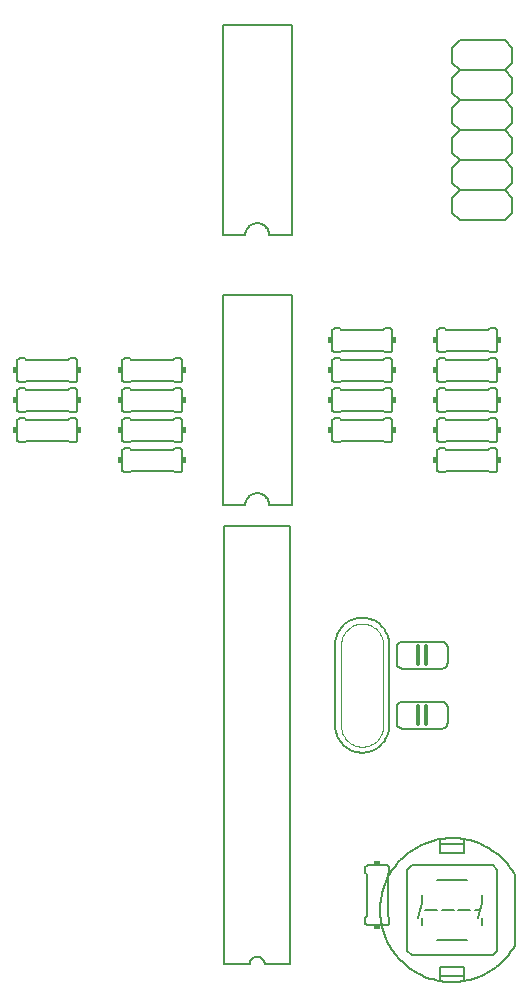
<source format=gto>
G75*
%MOIN*%
%OFA0B0*%
%FSLAX24Y24*%
%IPPOS*%
%LPD*%
%AMOC8*
5,1,8,0,0,1.08239X$1,22.5*
%
%ADD10C,0.0060*%
%ADD11C,0.0020*%
%ADD12R,0.0200X0.0150*%
%ADD13R,0.0150X0.0200*%
%ADD14C,0.0120*%
D10*
X008500Y001517D02*
X008500Y016117D01*
X010700Y016117D01*
X010700Y001517D01*
X009850Y001517D01*
X009848Y001547D01*
X009843Y001577D01*
X009834Y001606D01*
X009821Y001633D01*
X009806Y001659D01*
X009787Y001683D01*
X009766Y001704D01*
X009742Y001723D01*
X009716Y001738D01*
X009689Y001751D01*
X009660Y001760D01*
X009630Y001765D01*
X009600Y001767D01*
X009570Y001765D01*
X009540Y001760D01*
X009511Y001751D01*
X009484Y001738D01*
X009458Y001723D01*
X009434Y001704D01*
X009413Y001683D01*
X009394Y001659D01*
X009379Y001633D01*
X009366Y001606D01*
X009357Y001577D01*
X009352Y001547D01*
X009350Y001517D01*
X008500Y001517D01*
X013200Y002917D02*
X013200Y003067D01*
X013250Y003117D01*
X013250Y004517D01*
X013200Y004567D01*
X013200Y004717D01*
X013202Y004734D01*
X013206Y004751D01*
X013213Y004767D01*
X013223Y004781D01*
X013236Y004794D01*
X013250Y004804D01*
X013266Y004811D01*
X013283Y004815D01*
X013300Y004817D01*
X013900Y004817D01*
X013917Y004815D01*
X013934Y004811D01*
X013950Y004804D01*
X013964Y004794D01*
X013977Y004781D01*
X013987Y004767D01*
X013994Y004751D01*
X013998Y004734D01*
X014000Y004717D01*
X014000Y004567D01*
X013950Y004517D01*
X013950Y003117D01*
X014000Y003067D01*
X014000Y002917D01*
X013998Y002900D01*
X013994Y002883D01*
X013987Y002867D01*
X013977Y002853D01*
X013964Y002840D01*
X013950Y002830D01*
X013934Y002823D01*
X013917Y002819D01*
X013900Y002817D01*
X013300Y002817D01*
X013283Y002819D01*
X013266Y002823D01*
X013250Y002830D01*
X013236Y002840D01*
X013223Y002853D01*
X013213Y002867D01*
X013206Y002883D01*
X013202Y002900D01*
X013200Y002917D01*
X014600Y001967D02*
X014600Y004667D01*
X014750Y004817D01*
X017450Y004817D01*
X017600Y004667D01*
X017600Y001967D01*
X017450Y001817D01*
X014750Y001817D01*
X014600Y001967D01*
X015100Y002817D02*
X015100Y003067D01*
X014950Y003067D02*
X015100Y003567D01*
X015100Y003817D01*
X015200Y003317D02*
X015600Y003317D01*
X015750Y003317D02*
X016150Y003317D01*
X018200Y004479D02*
X018151Y004563D01*
X018099Y004645D01*
X018043Y004725D01*
X017985Y004803D01*
X017923Y004878D01*
X017858Y004951D01*
X017790Y005021D01*
X017720Y005088D01*
X017647Y005152D01*
X017571Y005213D01*
X017493Y005271D01*
X017413Y005326D01*
X017330Y005378D01*
X017246Y005426D01*
X017159Y005471D01*
X017071Y005512D01*
X016981Y005549D01*
X016890Y005583D01*
X016797Y005613D01*
X016704Y005640D01*
X016609Y005662D01*
X016514Y005681D01*
X016417Y005696D01*
X016321Y005707D01*
X016224Y005714D01*
X016126Y005717D01*
X016029Y005716D01*
X015932Y005711D01*
X015835Y005702D01*
X015738Y005690D01*
X015642Y005673D01*
X015547Y005652D01*
X015453Y005628D01*
X015360Y005600D01*
X015268Y005568D01*
X015177Y005533D01*
X015088Y005493D01*
X015001Y005450D01*
X014915Y005404D01*
X014832Y005354D01*
X014750Y005301D01*
X014671Y005245D01*
X014594Y005185D01*
X014519Y005123D01*
X014447Y005057D01*
X014378Y004989D01*
X014312Y004918D01*
X014248Y004844D01*
X014188Y004767D01*
X014131Y004689D01*
X014077Y004608D01*
X014026Y004525D01*
X013979Y004439D01*
X013935Y004353D01*
X013895Y004264D01*
X013858Y004174D01*
X013825Y004082D01*
X013796Y003989D01*
X013771Y003895D01*
X013749Y003800D01*
X013732Y003705D01*
X013718Y003608D01*
X013708Y003511D01*
X013702Y003414D01*
X013700Y003317D01*
X013702Y003220D01*
X013708Y003123D01*
X013718Y003026D01*
X013732Y002929D01*
X013749Y002834D01*
X013771Y002739D01*
X013796Y002645D01*
X013825Y002552D01*
X013858Y002460D01*
X013895Y002370D01*
X013935Y002281D01*
X013979Y002195D01*
X014026Y002109D01*
X014077Y002026D01*
X014131Y001945D01*
X014188Y001867D01*
X014248Y001790D01*
X014312Y001716D01*
X014378Y001645D01*
X014447Y001577D01*
X014519Y001511D01*
X014594Y001449D01*
X014671Y001389D01*
X014750Y001333D01*
X014832Y001280D01*
X014915Y001230D01*
X015001Y001184D01*
X015088Y001141D01*
X015177Y001101D01*
X015268Y001066D01*
X015360Y001034D01*
X015453Y001006D01*
X015547Y000982D01*
X015642Y000961D01*
X015738Y000944D01*
X015835Y000932D01*
X015932Y000923D01*
X016029Y000918D01*
X016126Y000917D01*
X016224Y000920D01*
X016321Y000927D01*
X016417Y000938D01*
X016514Y000953D01*
X016609Y000972D01*
X016704Y000994D01*
X016797Y001021D01*
X016890Y001051D01*
X016981Y001085D01*
X017071Y001122D01*
X017159Y001163D01*
X017246Y001208D01*
X017330Y001256D01*
X017413Y001308D01*
X017493Y001363D01*
X017571Y001421D01*
X017647Y001482D01*
X017720Y001546D01*
X017790Y001613D01*
X017858Y001683D01*
X017923Y001756D01*
X017985Y001831D01*
X018043Y001909D01*
X018099Y001989D01*
X018151Y002071D01*
X018200Y002155D01*
X018200Y004479D01*
X017100Y003817D02*
X017100Y003567D01*
X016950Y003067D01*
X017100Y003067D02*
X017100Y002817D01*
X017000Y003317D02*
X016850Y003317D01*
X016700Y003317D02*
X016300Y003317D01*
X016600Y004317D02*
X015600Y004317D01*
X015700Y005217D02*
X015700Y005517D01*
X016500Y005517D01*
X016500Y005217D01*
X015700Y005217D01*
X015700Y005517D02*
X015700Y005667D01*
X016500Y005667D02*
X016500Y005517D01*
X016600Y002317D02*
X015600Y002317D01*
X015700Y001417D02*
X016500Y001417D01*
X016500Y001117D01*
X016500Y000967D01*
X016500Y001117D02*
X015700Y001117D01*
X015700Y000967D01*
X015700Y001117D02*
X015700Y001417D01*
X015750Y009367D02*
X014450Y009367D01*
X014424Y009369D01*
X014398Y009374D01*
X014373Y009382D01*
X014350Y009394D01*
X014328Y009408D01*
X014309Y009426D01*
X014291Y009445D01*
X014277Y009467D01*
X014265Y009490D01*
X014257Y009515D01*
X014252Y009541D01*
X014250Y009567D01*
X014250Y010067D01*
X014252Y010093D01*
X014257Y010119D01*
X014265Y010144D01*
X014277Y010167D01*
X014291Y010189D01*
X014309Y010208D01*
X014328Y010226D01*
X014350Y010240D01*
X014373Y010252D01*
X014398Y010260D01*
X014424Y010265D01*
X014450Y010267D01*
X015750Y010267D01*
X015776Y010265D01*
X015802Y010260D01*
X015827Y010252D01*
X015850Y010240D01*
X015872Y010226D01*
X015891Y010208D01*
X015909Y010189D01*
X015923Y010167D01*
X015935Y010144D01*
X015943Y010119D01*
X015948Y010093D01*
X015950Y010067D01*
X015950Y009567D01*
X015948Y009541D01*
X015943Y009515D01*
X015935Y009490D01*
X015923Y009467D01*
X015909Y009445D01*
X015891Y009426D01*
X015872Y009408D01*
X015850Y009394D01*
X015827Y009382D01*
X015802Y009374D01*
X015776Y009369D01*
X015750Y009367D01*
X015750Y011367D02*
X014450Y011367D01*
X014424Y011369D01*
X014398Y011374D01*
X014373Y011382D01*
X014350Y011394D01*
X014328Y011408D01*
X014309Y011426D01*
X014291Y011445D01*
X014277Y011467D01*
X014265Y011490D01*
X014257Y011515D01*
X014252Y011541D01*
X014250Y011567D01*
X014250Y012067D01*
X014252Y012093D01*
X014257Y012119D01*
X014265Y012144D01*
X014277Y012167D01*
X014291Y012189D01*
X014309Y012208D01*
X014328Y012226D01*
X014350Y012240D01*
X014373Y012252D01*
X014398Y012260D01*
X014424Y012265D01*
X014450Y012267D01*
X015750Y012267D01*
X015776Y012265D01*
X015802Y012260D01*
X015827Y012252D01*
X015850Y012240D01*
X015872Y012226D01*
X015891Y012208D01*
X015909Y012189D01*
X015923Y012167D01*
X015935Y012144D01*
X015943Y012119D01*
X015948Y012093D01*
X015950Y012067D01*
X015950Y011567D01*
X015948Y011541D01*
X015943Y011515D01*
X015935Y011490D01*
X015923Y011467D01*
X015909Y011445D01*
X015891Y011426D01*
X015872Y011408D01*
X015850Y011394D01*
X015827Y011382D01*
X015802Y011374D01*
X015776Y011369D01*
X015750Y011367D01*
X014000Y012167D02*
X014000Y009467D01*
X013998Y009408D01*
X013992Y009350D01*
X013983Y009291D01*
X013969Y009234D01*
X013952Y009178D01*
X013931Y009123D01*
X013907Y009069D01*
X013879Y009017D01*
X013848Y008967D01*
X013814Y008919D01*
X013777Y008874D01*
X013736Y008831D01*
X013693Y008790D01*
X013648Y008753D01*
X013600Y008719D01*
X013550Y008688D01*
X013498Y008660D01*
X013444Y008636D01*
X013389Y008615D01*
X013333Y008598D01*
X013276Y008584D01*
X013217Y008575D01*
X013159Y008569D01*
X013100Y008567D01*
X013041Y008569D01*
X012983Y008575D01*
X012924Y008584D01*
X012867Y008598D01*
X012811Y008615D01*
X012756Y008636D01*
X012702Y008660D01*
X012650Y008688D01*
X012600Y008719D01*
X012552Y008753D01*
X012507Y008790D01*
X012464Y008831D01*
X012423Y008874D01*
X012386Y008919D01*
X012352Y008967D01*
X012321Y009017D01*
X012293Y009069D01*
X012269Y009123D01*
X012248Y009178D01*
X012231Y009234D01*
X012217Y009291D01*
X012208Y009350D01*
X012202Y009408D01*
X012200Y009467D01*
X012200Y012167D01*
X012202Y012226D01*
X012208Y012284D01*
X012217Y012343D01*
X012231Y012400D01*
X012248Y012456D01*
X012269Y012511D01*
X012293Y012565D01*
X012321Y012617D01*
X012352Y012667D01*
X012386Y012715D01*
X012423Y012760D01*
X012464Y012803D01*
X012507Y012844D01*
X012552Y012881D01*
X012600Y012915D01*
X012650Y012946D01*
X012702Y012974D01*
X012756Y012998D01*
X012811Y013019D01*
X012867Y013036D01*
X012924Y013050D01*
X012983Y013059D01*
X013041Y013065D01*
X013100Y013067D01*
X013159Y013065D01*
X013217Y013059D01*
X013276Y013050D01*
X013333Y013036D01*
X013389Y013019D01*
X013444Y012998D01*
X013498Y012974D01*
X013550Y012946D01*
X013600Y012915D01*
X013648Y012881D01*
X013693Y012844D01*
X013736Y012803D01*
X013777Y012760D01*
X013814Y012715D01*
X013848Y012667D01*
X013879Y012617D01*
X013907Y012565D01*
X013931Y012511D01*
X013952Y012456D01*
X013969Y012400D01*
X013983Y012343D01*
X013992Y012284D01*
X013998Y012226D01*
X014000Y012167D01*
X010750Y016817D02*
X010000Y016817D01*
X009998Y016856D01*
X009992Y016895D01*
X009983Y016933D01*
X009970Y016970D01*
X009953Y017006D01*
X009933Y017039D01*
X009909Y017071D01*
X009883Y017100D01*
X009854Y017126D01*
X009822Y017150D01*
X009789Y017170D01*
X009753Y017187D01*
X009716Y017200D01*
X009678Y017209D01*
X009639Y017215D01*
X009600Y017217D01*
X009561Y017215D01*
X009522Y017209D01*
X009484Y017200D01*
X009447Y017187D01*
X009411Y017170D01*
X009378Y017150D01*
X009346Y017126D01*
X009317Y017100D01*
X009291Y017071D01*
X009267Y017039D01*
X009247Y017006D01*
X009230Y016970D01*
X009217Y016933D01*
X009208Y016895D01*
X009202Y016856D01*
X009200Y016817D01*
X008450Y016817D01*
X008450Y023817D01*
X010750Y023817D01*
X010750Y016817D01*
X012200Y018917D02*
X012350Y018917D01*
X012400Y018967D01*
X013800Y018967D01*
X013850Y018917D01*
X014000Y018917D01*
X014017Y018919D01*
X014034Y018923D01*
X014050Y018930D01*
X014064Y018940D01*
X014077Y018953D01*
X014087Y018967D01*
X014094Y018983D01*
X014098Y019000D01*
X014100Y019017D01*
X014100Y019617D01*
X014098Y019634D01*
X014094Y019651D01*
X014087Y019667D01*
X014077Y019681D01*
X014064Y019694D01*
X014050Y019704D01*
X014034Y019711D01*
X014017Y019715D01*
X014000Y019717D01*
X013850Y019717D01*
X013800Y019667D01*
X012400Y019667D01*
X012350Y019717D01*
X012200Y019717D01*
X012183Y019715D01*
X012166Y019711D01*
X012150Y019704D01*
X012136Y019694D01*
X012123Y019681D01*
X012113Y019667D01*
X012106Y019651D01*
X012102Y019634D01*
X012100Y019617D01*
X012100Y019017D01*
X012102Y019000D01*
X012106Y018983D01*
X012113Y018967D01*
X012123Y018953D01*
X012136Y018940D01*
X012150Y018930D01*
X012166Y018923D01*
X012183Y018919D01*
X012200Y018917D01*
X012200Y019917D02*
X012350Y019917D01*
X012400Y019967D01*
X013800Y019967D01*
X013850Y019917D01*
X014000Y019917D01*
X014017Y019919D01*
X014034Y019923D01*
X014050Y019930D01*
X014064Y019940D01*
X014077Y019953D01*
X014087Y019967D01*
X014094Y019983D01*
X014098Y020000D01*
X014100Y020017D01*
X014100Y020617D01*
X014098Y020634D01*
X014094Y020651D01*
X014087Y020667D01*
X014077Y020681D01*
X014064Y020694D01*
X014050Y020704D01*
X014034Y020711D01*
X014017Y020715D01*
X014000Y020717D01*
X013850Y020717D01*
X013800Y020667D01*
X012400Y020667D01*
X012350Y020717D01*
X012200Y020717D01*
X012183Y020715D01*
X012166Y020711D01*
X012150Y020704D01*
X012136Y020694D01*
X012123Y020681D01*
X012113Y020667D01*
X012106Y020651D01*
X012102Y020634D01*
X012100Y020617D01*
X012100Y020017D01*
X012102Y020000D01*
X012106Y019983D01*
X012113Y019967D01*
X012123Y019953D01*
X012136Y019940D01*
X012150Y019930D01*
X012166Y019923D01*
X012183Y019919D01*
X012200Y019917D01*
X012200Y020917D02*
X012350Y020917D01*
X012400Y020967D01*
X013800Y020967D01*
X013850Y020917D01*
X014000Y020917D01*
X014017Y020919D01*
X014034Y020923D01*
X014050Y020930D01*
X014064Y020940D01*
X014077Y020953D01*
X014087Y020967D01*
X014094Y020983D01*
X014098Y021000D01*
X014100Y021017D01*
X014100Y021617D01*
X014098Y021634D01*
X014094Y021651D01*
X014087Y021667D01*
X014077Y021681D01*
X014064Y021694D01*
X014050Y021704D01*
X014034Y021711D01*
X014017Y021715D01*
X014000Y021717D01*
X013850Y021717D01*
X013800Y021667D01*
X012400Y021667D01*
X012350Y021717D01*
X012200Y021717D01*
X012183Y021715D01*
X012166Y021711D01*
X012150Y021704D01*
X012136Y021694D01*
X012123Y021681D01*
X012113Y021667D01*
X012106Y021651D01*
X012102Y021634D01*
X012100Y021617D01*
X012100Y021017D01*
X012102Y021000D01*
X012106Y020983D01*
X012113Y020967D01*
X012123Y020953D01*
X012136Y020940D01*
X012150Y020930D01*
X012166Y020923D01*
X012183Y020919D01*
X012200Y020917D01*
X012200Y021917D02*
X012350Y021917D01*
X012400Y021967D01*
X013800Y021967D01*
X013850Y021917D01*
X014000Y021917D01*
X014017Y021919D01*
X014034Y021923D01*
X014050Y021930D01*
X014064Y021940D01*
X014077Y021953D01*
X014087Y021967D01*
X014094Y021983D01*
X014098Y022000D01*
X014100Y022017D01*
X014100Y022617D01*
X014098Y022634D01*
X014094Y022651D01*
X014087Y022667D01*
X014077Y022681D01*
X014064Y022694D01*
X014050Y022704D01*
X014034Y022711D01*
X014017Y022715D01*
X014000Y022717D01*
X013850Y022717D01*
X013800Y022667D01*
X012400Y022667D01*
X012350Y022717D01*
X012200Y022717D01*
X012183Y022715D01*
X012166Y022711D01*
X012150Y022704D01*
X012136Y022694D01*
X012123Y022681D01*
X012113Y022667D01*
X012106Y022651D01*
X012102Y022634D01*
X012100Y022617D01*
X012100Y022017D01*
X012102Y022000D01*
X012106Y021983D01*
X012113Y021967D01*
X012123Y021953D01*
X012136Y021940D01*
X012150Y021930D01*
X012166Y021923D01*
X012183Y021919D01*
X012200Y021917D01*
X010750Y025817D02*
X010000Y025817D01*
X009998Y025856D01*
X009992Y025895D01*
X009983Y025933D01*
X009970Y025970D01*
X009953Y026006D01*
X009933Y026039D01*
X009909Y026071D01*
X009883Y026100D01*
X009854Y026126D01*
X009822Y026150D01*
X009789Y026170D01*
X009753Y026187D01*
X009716Y026200D01*
X009678Y026209D01*
X009639Y026215D01*
X009600Y026217D01*
X009561Y026215D01*
X009522Y026209D01*
X009484Y026200D01*
X009447Y026187D01*
X009411Y026170D01*
X009378Y026150D01*
X009346Y026126D01*
X009317Y026100D01*
X009291Y026071D01*
X009267Y026039D01*
X009247Y026006D01*
X009230Y025970D01*
X009217Y025933D01*
X009208Y025895D01*
X009202Y025856D01*
X009200Y025817D01*
X008450Y025817D01*
X008450Y032817D01*
X010750Y032817D01*
X010750Y025817D01*
X007100Y021617D02*
X007100Y021017D01*
X007098Y021000D01*
X007094Y020983D01*
X007087Y020967D01*
X007077Y020953D01*
X007064Y020940D01*
X007050Y020930D01*
X007034Y020923D01*
X007017Y020919D01*
X007000Y020917D01*
X006850Y020917D01*
X006800Y020967D01*
X005400Y020967D01*
X005350Y020917D01*
X005200Y020917D01*
X005183Y020919D01*
X005166Y020923D01*
X005150Y020930D01*
X005136Y020940D01*
X005123Y020953D01*
X005113Y020967D01*
X005106Y020983D01*
X005102Y021000D01*
X005100Y021017D01*
X005100Y021617D01*
X005102Y021634D01*
X005106Y021651D01*
X005113Y021667D01*
X005123Y021681D01*
X005136Y021694D01*
X005150Y021704D01*
X005166Y021711D01*
X005183Y021715D01*
X005200Y021717D01*
X005350Y021717D01*
X005400Y021667D01*
X006800Y021667D01*
X006850Y021717D01*
X007000Y021717D01*
X007017Y021715D01*
X007034Y021711D01*
X007050Y021704D01*
X007064Y021694D01*
X007077Y021681D01*
X007087Y021667D01*
X007094Y021651D01*
X007098Y021634D01*
X007100Y021617D01*
X007000Y020717D02*
X006850Y020717D01*
X006800Y020667D01*
X005400Y020667D01*
X005350Y020717D01*
X005200Y020717D01*
X005183Y020715D01*
X005166Y020711D01*
X005150Y020704D01*
X005136Y020694D01*
X005123Y020681D01*
X005113Y020667D01*
X005106Y020651D01*
X005102Y020634D01*
X005100Y020617D01*
X005100Y020017D01*
X005102Y020000D01*
X005106Y019983D01*
X005113Y019967D01*
X005123Y019953D01*
X005136Y019940D01*
X005150Y019930D01*
X005166Y019923D01*
X005183Y019919D01*
X005200Y019917D01*
X005350Y019917D01*
X005400Y019967D01*
X006800Y019967D01*
X006850Y019917D01*
X007000Y019917D01*
X007017Y019919D01*
X007034Y019923D01*
X007050Y019930D01*
X007064Y019940D01*
X007077Y019953D01*
X007087Y019967D01*
X007094Y019983D01*
X007098Y020000D01*
X007100Y020017D01*
X007100Y020617D01*
X007098Y020634D01*
X007094Y020651D01*
X007087Y020667D01*
X007077Y020681D01*
X007064Y020694D01*
X007050Y020704D01*
X007034Y020711D01*
X007017Y020715D01*
X007000Y020717D01*
X007000Y019717D02*
X006850Y019717D01*
X006800Y019667D01*
X005400Y019667D01*
X005350Y019717D01*
X005200Y019717D01*
X005183Y019715D01*
X005166Y019711D01*
X005150Y019704D01*
X005136Y019694D01*
X005123Y019681D01*
X005113Y019667D01*
X005106Y019651D01*
X005102Y019634D01*
X005100Y019617D01*
X005100Y019017D01*
X005102Y019000D01*
X005106Y018983D01*
X005113Y018967D01*
X005123Y018953D01*
X005136Y018940D01*
X005150Y018930D01*
X005166Y018923D01*
X005183Y018919D01*
X005200Y018917D01*
X005350Y018917D01*
X005400Y018967D01*
X006800Y018967D01*
X006850Y018917D01*
X007000Y018917D01*
X007017Y018919D01*
X007034Y018923D01*
X007050Y018930D01*
X007064Y018940D01*
X007077Y018953D01*
X007087Y018967D01*
X007094Y018983D01*
X007098Y019000D01*
X007100Y019017D01*
X007100Y019617D01*
X007098Y019634D01*
X007094Y019651D01*
X007087Y019667D01*
X007077Y019681D01*
X007064Y019694D01*
X007050Y019704D01*
X007034Y019711D01*
X007017Y019715D01*
X007000Y019717D01*
X007000Y018717D02*
X006850Y018717D01*
X006800Y018667D01*
X005400Y018667D01*
X005350Y018717D01*
X005200Y018717D01*
X005183Y018715D01*
X005166Y018711D01*
X005150Y018704D01*
X005136Y018694D01*
X005123Y018681D01*
X005113Y018667D01*
X005106Y018651D01*
X005102Y018634D01*
X005100Y018617D01*
X005100Y018017D01*
X005102Y018000D01*
X005106Y017983D01*
X005113Y017967D01*
X005123Y017953D01*
X005136Y017940D01*
X005150Y017930D01*
X005166Y017923D01*
X005183Y017919D01*
X005200Y017917D01*
X005350Y017917D01*
X005400Y017967D01*
X006800Y017967D01*
X006850Y017917D01*
X007000Y017917D01*
X007017Y017919D01*
X007034Y017923D01*
X007050Y017930D01*
X007064Y017940D01*
X007077Y017953D01*
X007087Y017967D01*
X007094Y017983D01*
X007098Y018000D01*
X007100Y018017D01*
X007100Y018617D01*
X007098Y018634D01*
X007094Y018651D01*
X007087Y018667D01*
X007077Y018681D01*
X007064Y018694D01*
X007050Y018704D01*
X007034Y018711D01*
X007017Y018715D01*
X007000Y018717D01*
X003600Y019017D02*
X003600Y019617D01*
X003598Y019634D01*
X003594Y019651D01*
X003587Y019667D01*
X003577Y019681D01*
X003564Y019694D01*
X003550Y019704D01*
X003534Y019711D01*
X003517Y019715D01*
X003500Y019717D01*
X003350Y019717D01*
X003300Y019667D01*
X001900Y019667D01*
X001850Y019717D01*
X001700Y019717D01*
X001683Y019715D01*
X001666Y019711D01*
X001650Y019704D01*
X001636Y019694D01*
X001623Y019681D01*
X001613Y019667D01*
X001606Y019651D01*
X001602Y019634D01*
X001600Y019617D01*
X001600Y019017D01*
X001602Y019000D01*
X001606Y018983D01*
X001613Y018967D01*
X001623Y018953D01*
X001636Y018940D01*
X001650Y018930D01*
X001666Y018923D01*
X001683Y018919D01*
X001700Y018917D01*
X001850Y018917D01*
X001900Y018967D01*
X003300Y018967D01*
X003350Y018917D01*
X003500Y018917D01*
X003517Y018919D01*
X003534Y018923D01*
X003550Y018930D01*
X003564Y018940D01*
X003577Y018953D01*
X003587Y018967D01*
X003594Y018983D01*
X003598Y019000D01*
X003600Y019017D01*
X003500Y019917D02*
X003350Y019917D01*
X003300Y019967D01*
X001900Y019967D01*
X001850Y019917D01*
X001700Y019917D01*
X001683Y019919D01*
X001666Y019923D01*
X001650Y019930D01*
X001636Y019940D01*
X001623Y019953D01*
X001613Y019967D01*
X001606Y019983D01*
X001602Y020000D01*
X001600Y020017D01*
X001600Y020617D01*
X001602Y020634D01*
X001606Y020651D01*
X001613Y020667D01*
X001623Y020681D01*
X001636Y020694D01*
X001650Y020704D01*
X001666Y020711D01*
X001683Y020715D01*
X001700Y020717D01*
X001850Y020717D01*
X001900Y020667D01*
X003300Y020667D01*
X003350Y020717D01*
X003500Y020717D01*
X003517Y020715D01*
X003534Y020711D01*
X003550Y020704D01*
X003564Y020694D01*
X003577Y020681D01*
X003587Y020667D01*
X003594Y020651D01*
X003598Y020634D01*
X003600Y020617D01*
X003600Y020017D01*
X003598Y020000D01*
X003594Y019983D01*
X003587Y019967D01*
X003577Y019953D01*
X003564Y019940D01*
X003550Y019930D01*
X003534Y019923D01*
X003517Y019919D01*
X003500Y019917D01*
X003500Y020917D02*
X003350Y020917D01*
X003300Y020967D01*
X001900Y020967D01*
X001850Y020917D01*
X001700Y020917D01*
X001683Y020919D01*
X001666Y020923D01*
X001650Y020930D01*
X001636Y020940D01*
X001623Y020953D01*
X001613Y020967D01*
X001606Y020983D01*
X001602Y021000D01*
X001600Y021017D01*
X001600Y021617D01*
X001602Y021634D01*
X001606Y021651D01*
X001613Y021667D01*
X001623Y021681D01*
X001636Y021694D01*
X001650Y021704D01*
X001666Y021711D01*
X001683Y021715D01*
X001700Y021717D01*
X001850Y021717D01*
X001900Y021667D01*
X003300Y021667D01*
X003350Y021717D01*
X003500Y021717D01*
X003517Y021715D01*
X003534Y021711D01*
X003550Y021704D01*
X003564Y021694D01*
X003577Y021681D01*
X003587Y021667D01*
X003594Y021651D01*
X003598Y021634D01*
X003600Y021617D01*
X003600Y021017D01*
X003598Y021000D01*
X003594Y020983D01*
X003587Y020967D01*
X003577Y020953D01*
X003564Y020940D01*
X003550Y020930D01*
X003534Y020923D01*
X003517Y020919D01*
X003500Y020917D01*
X015600Y021017D02*
X015600Y021617D01*
X015602Y021634D01*
X015606Y021651D01*
X015613Y021667D01*
X015623Y021681D01*
X015636Y021694D01*
X015650Y021704D01*
X015666Y021711D01*
X015683Y021715D01*
X015700Y021717D01*
X015850Y021717D01*
X015900Y021667D01*
X017300Y021667D01*
X017350Y021717D01*
X017500Y021717D01*
X017517Y021715D01*
X017534Y021711D01*
X017550Y021704D01*
X017564Y021694D01*
X017577Y021681D01*
X017587Y021667D01*
X017594Y021651D01*
X017598Y021634D01*
X017600Y021617D01*
X017600Y021017D01*
X017598Y021000D01*
X017594Y020983D01*
X017587Y020967D01*
X017577Y020953D01*
X017564Y020940D01*
X017550Y020930D01*
X017534Y020923D01*
X017517Y020919D01*
X017500Y020917D01*
X017350Y020917D01*
X017300Y020967D01*
X015900Y020967D01*
X015850Y020917D01*
X015700Y020917D01*
X015683Y020919D01*
X015666Y020923D01*
X015650Y020930D01*
X015636Y020940D01*
X015623Y020953D01*
X015613Y020967D01*
X015606Y020983D01*
X015602Y021000D01*
X015600Y021017D01*
X015700Y020717D02*
X015850Y020717D01*
X015900Y020667D01*
X017300Y020667D01*
X017350Y020717D01*
X017500Y020717D01*
X017517Y020715D01*
X017534Y020711D01*
X017550Y020704D01*
X017564Y020694D01*
X017577Y020681D01*
X017587Y020667D01*
X017594Y020651D01*
X017598Y020634D01*
X017600Y020617D01*
X017600Y020017D01*
X017598Y020000D01*
X017594Y019983D01*
X017587Y019967D01*
X017577Y019953D01*
X017564Y019940D01*
X017550Y019930D01*
X017534Y019923D01*
X017517Y019919D01*
X017500Y019917D01*
X017350Y019917D01*
X017300Y019967D01*
X015900Y019967D01*
X015850Y019917D01*
X015700Y019917D01*
X015683Y019919D01*
X015666Y019923D01*
X015650Y019930D01*
X015636Y019940D01*
X015623Y019953D01*
X015613Y019967D01*
X015606Y019983D01*
X015602Y020000D01*
X015600Y020017D01*
X015600Y020617D01*
X015602Y020634D01*
X015606Y020651D01*
X015613Y020667D01*
X015623Y020681D01*
X015636Y020694D01*
X015650Y020704D01*
X015666Y020711D01*
X015683Y020715D01*
X015700Y020717D01*
X015700Y019717D02*
X015850Y019717D01*
X015900Y019667D01*
X017300Y019667D01*
X017350Y019717D01*
X017500Y019717D01*
X017517Y019715D01*
X017534Y019711D01*
X017550Y019704D01*
X017564Y019694D01*
X017577Y019681D01*
X017587Y019667D01*
X017594Y019651D01*
X017598Y019634D01*
X017600Y019617D01*
X017600Y019017D01*
X017598Y019000D01*
X017594Y018983D01*
X017587Y018967D01*
X017577Y018953D01*
X017564Y018940D01*
X017550Y018930D01*
X017534Y018923D01*
X017517Y018919D01*
X017500Y018917D01*
X017350Y018917D01*
X017300Y018967D01*
X015900Y018967D01*
X015850Y018917D01*
X015700Y018917D01*
X015683Y018919D01*
X015666Y018923D01*
X015650Y018930D01*
X015636Y018940D01*
X015623Y018953D01*
X015613Y018967D01*
X015606Y018983D01*
X015602Y019000D01*
X015600Y019017D01*
X015600Y019617D01*
X015602Y019634D01*
X015606Y019651D01*
X015613Y019667D01*
X015623Y019681D01*
X015636Y019694D01*
X015650Y019704D01*
X015666Y019711D01*
X015683Y019715D01*
X015700Y019717D01*
X015700Y018717D02*
X015850Y018717D01*
X015900Y018667D01*
X017300Y018667D01*
X017350Y018717D01*
X017500Y018717D01*
X017517Y018715D01*
X017534Y018711D01*
X017550Y018704D01*
X017564Y018694D01*
X017577Y018681D01*
X017587Y018667D01*
X017594Y018651D01*
X017598Y018634D01*
X017600Y018617D01*
X017600Y018017D01*
X017598Y018000D01*
X017594Y017983D01*
X017587Y017967D01*
X017577Y017953D01*
X017564Y017940D01*
X017550Y017930D01*
X017534Y017923D01*
X017517Y017919D01*
X017500Y017917D01*
X017350Y017917D01*
X017300Y017967D01*
X015900Y017967D01*
X015850Y017917D01*
X015700Y017917D01*
X015683Y017919D01*
X015666Y017923D01*
X015650Y017930D01*
X015636Y017940D01*
X015623Y017953D01*
X015613Y017967D01*
X015606Y017983D01*
X015602Y018000D01*
X015600Y018017D01*
X015600Y018617D01*
X015602Y018634D01*
X015606Y018651D01*
X015613Y018667D01*
X015623Y018681D01*
X015636Y018694D01*
X015650Y018704D01*
X015666Y018711D01*
X015683Y018715D01*
X015700Y018717D01*
X015700Y021917D02*
X015850Y021917D01*
X015900Y021967D01*
X017300Y021967D01*
X017350Y021917D01*
X017500Y021917D01*
X017517Y021919D01*
X017534Y021923D01*
X017550Y021930D01*
X017564Y021940D01*
X017577Y021953D01*
X017587Y021967D01*
X017594Y021983D01*
X017598Y022000D01*
X017600Y022017D01*
X017600Y022617D01*
X017598Y022634D01*
X017594Y022651D01*
X017587Y022667D01*
X017577Y022681D01*
X017564Y022694D01*
X017550Y022704D01*
X017534Y022711D01*
X017517Y022715D01*
X017500Y022717D01*
X017350Y022717D01*
X017300Y022667D01*
X015900Y022667D01*
X015850Y022717D01*
X015700Y022717D01*
X015683Y022715D01*
X015666Y022711D01*
X015650Y022704D01*
X015636Y022694D01*
X015623Y022681D01*
X015613Y022667D01*
X015606Y022651D01*
X015602Y022634D01*
X015600Y022617D01*
X015600Y022017D01*
X015602Y022000D01*
X015606Y021983D01*
X015613Y021967D01*
X015623Y021953D01*
X015636Y021940D01*
X015650Y021930D01*
X015666Y021923D01*
X015683Y021919D01*
X015700Y021917D01*
X016350Y026317D02*
X016100Y026567D01*
X016100Y027067D01*
X016350Y027317D01*
X017850Y027317D01*
X018100Y027567D01*
X018100Y028067D01*
X017850Y028317D01*
X016350Y028317D01*
X016100Y028567D01*
X016100Y029067D01*
X016350Y029317D01*
X017850Y029317D01*
X018100Y029567D01*
X018100Y030067D01*
X017850Y030317D01*
X016350Y030317D01*
X016100Y030567D01*
X016100Y031067D01*
X016350Y031317D01*
X016100Y031567D01*
X016100Y032067D01*
X016350Y032317D01*
X017850Y032317D01*
X018100Y032067D01*
X018100Y031567D01*
X017850Y031317D01*
X016350Y031317D01*
X016350Y030317D02*
X016100Y030067D01*
X016100Y029567D01*
X016350Y029317D01*
X016350Y028317D02*
X016100Y028067D01*
X016100Y027567D01*
X016350Y027317D01*
X016350Y026317D02*
X017850Y026317D01*
X018100Y026567D01*
X018100Y027067D01*
X017850Y027317D01*
X017850Y028317D02*
X018100Y028567D01*
X018100Y029067D01*
X017850Y029317D01*
X017850Y030317D02*
X018100Y030567D01*
X018100Y031067D01*
X017850Y031317D01*
D11*
X013800Y012167D02*
X013800Y009467D01*
X013798Y009416D01*
X013793Y009365D01*
X013783Y009315D01*
X013770Y009265D01*
X013754Y009217D01*
X013734Y009170D01*
X013710Y009124D01*
X013684Y009081D01*
X013654Y009039D01*
X013621Y009000D01*
X013586Y008963D01*
X013548Y008929D01*
X013507Y008898D01*
X013465Y008869D01*
X013420Y008844D01*
X013374Y008823D01*
X013326Y008804D01*
X013277Y008790D01*
X013227Y008779D01*
X013177Y008771D01*
X013126Y008767D01*
X013074Y008767D01*
X013023Y008771D01*
X012973Y008779D01*
X012923Y008790D01*
X012874Y008804D01*
X012826Y008823D01*
X012780Y008844D01*
X012735Y008869D01*
X012693Y008898D01*
X012652Y008929D01*
X012614Y008963D01*
X012579Y009000D01*
X012546Y009039D01*
X012516Y009081D01*
X012490Y009124D01*
X012466Y009170D01*
X012446Y009217D01*
X012430Y009265D01*
X012417Y009315D01*
X012407Y009365D01*
X012402Y009416D01*
X012400Y009467D01*
X012400Y012167D01*
X012402Y012218D01*
X012407Y012269D01*
X012417Y012319D01*
X012430Y012369D01*
X012446Y012417D01*
X012466Y012464D01*
X012490Y012510D01*
X012516Y012553D01*
X012546Y012595D01*
X012579Y012634D01*
X012614Y012671D01*
X012652Y012705D01*
X012693Y012736D01*
X012735Y012765D01*
X012780Y012790D01*
X012826Y012811D01*
X012874Y012830D01*
X012923Y012844D01*
X012973Y012855D01*
X013023Y012863D01*
X013074Y012867D01*
X013126Y012867D01*
X013177Y012863D01*
X013227Y012855D01*
X013277Y012844D01*
X013326Y012830D01*
X013374Y012811D01*
X013420Y012790D01*
X013465Y012765D01*
X013507Y012736D01*
X013548Y012705D01*
X013586Y012671D01*
X013621Y012634D01*
X013654Y012595D01*
X013684Y012553D01*
X013710Y012510D01*
X013734Y012464D01*
X013754Y012417D01*
X013770Y012369D01*
X013783Y012319D01*
X013793Y012269D01*
X013798Y012218D01*
X013800Y012167D01*
D12*
X013600Y004892D03*
X013600Y002742D03*
D13*
X015525Y018317D03*
X015525Y019317D03*
X015525Y020317D03*
X015525Y021317D03*
X015525Y022317D03*
X014175Y022317D03*
X014175Y021317D03*
X014175Y020317D03*
X014175Y019317D03*
X012025Y019317D03*
X012025Y020317D03*
X012025Y021317D03*
X012025Y022317D03*
X007175Y021317D03*
X007175Y020317D03*
X007175Y019317D03*
X007175Y018317D03*
X005025Y018317D03*
X005025Y019317D03*
X005025Y020317D03*
X005025Y021317D03*
X003675Y021317D03*
X003675Y020317D03*
X003675Y019317D03*
X001525Y019317D03*
X001525Y020317D03*
X001525Y021317D03*
X017675Y021317D03*
X017675Y022317D03*
X017675Y020317D03*
X017675Y019317D03*
X017675Y018317D03*
D14*
X015220Y012117D02*
X015220Y011517D01*
X014970Y011517D02*
X014970Y012117D01*
X014970Y010117D02*
X014970Y009517D01*
X015220Y009517D02*
X015220Y010117D01*
M02*

</source>
